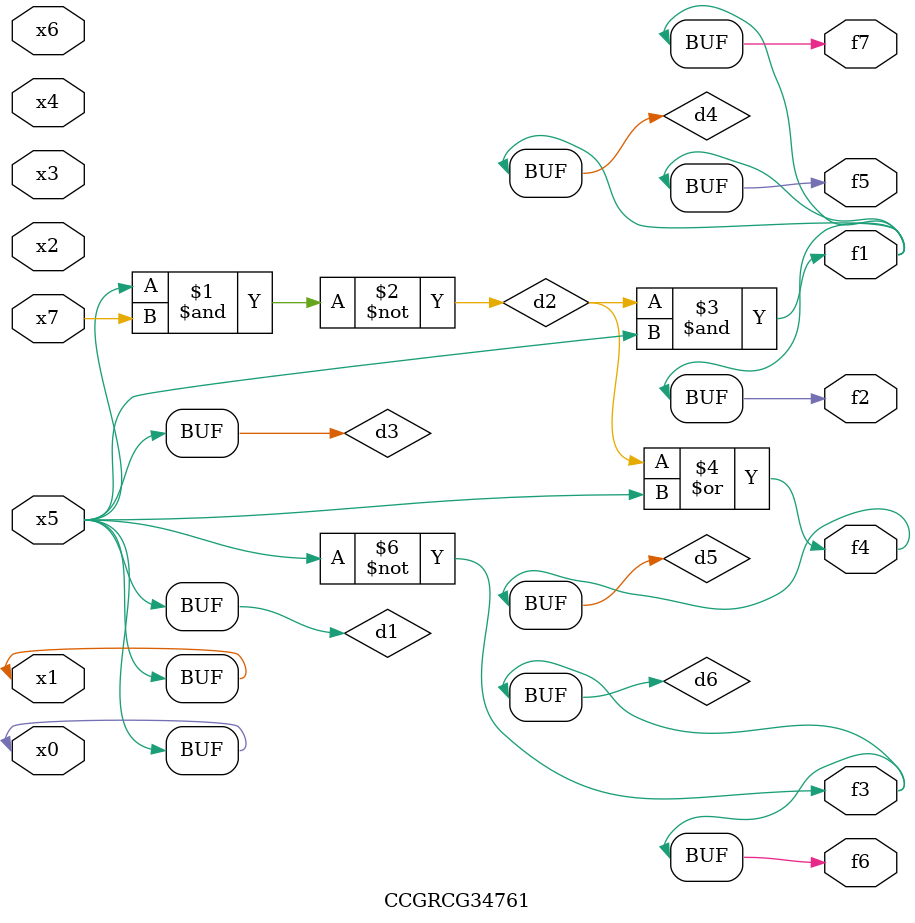
<source format=v>
module CCGRCG34761(
	input x0, x1, x2, x3, x4, x5, x6, x7,
	output f1, f2, f3, f4, f5, f6, f7
);

	wire d1, d2, d3, d4, d5, d6;

	buf (d1, x0, x5);
	nand (d2, x5, x7);
	buf (d3, x0, x1);
	and (d4, d2, d3);
	or (d5, d2, d3);
	nor (d6, d1, d3);
	assign f1 = d4;
	assign f2 = d4;
	assign f3 = d6;
	assign f4 = d5;
	assign f5 = d4;
	assign f6 = d6;
	assign f7 = d4;
endmodule

</source>
